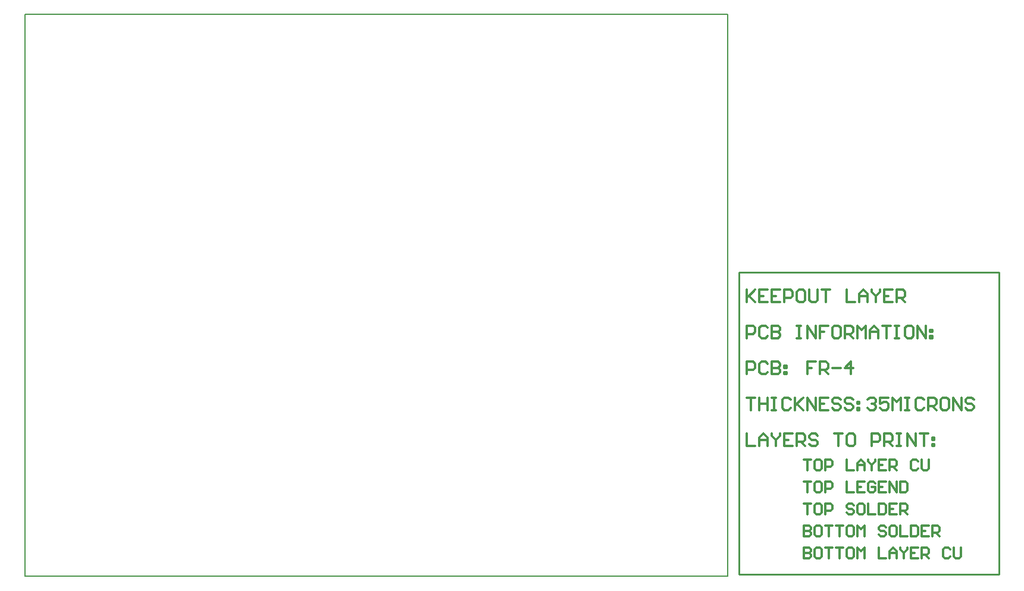
<source format=gko>
%FSLAX25Y25*%
%MOIN*%
G70*
G01*
G75*
G04 Layer_Color=16711935*
%ADD10C,0.04000*%
%ADD11C,0.01800*%
%ADD12C,0.02400*%
%ADD13C,0.03000*%
%ADD14C,0.02200*%
%ADD15C,0.02000*%
%ADD16C,0.04400*%
%ADD17C,0.01600*%
%ADD18R,0.05906X0.06693*%
%ADD19R,0.10236X0.06693*%
%ADD20R,0.02362X0.06299*%
%ADD21R,0.06693X0.06693*%
%ADD22R,0.06693X0.05906*%
%ADD23O,0.09843X0.02756*%
%ADD24C,0.00800*%
%ADD25C,0.01200*%
%ADD26C,0.01400*%
%ADD27R,0.07500X0.09500*%
%ADD28O,0.07500X0.09500*%
%ADD29C,0.07500*%
%ADD30O,0.07500X0.09000*%
%ADD31R,0.07500X0.09000*%
%ADD32C,0.08500*%
%ADD33C,0.09000*%
%ADD34R,0.09500X0.07500*%
%ADD35O,0.09500X0.07500*%
%ADD36O,0.09000X0.07500*%
%ADD37R,0.09000X0.07500*%
%ADD38C,0.10000*%
%ADD39C,0.06000*%
%ADD40C,0.00787*%
%ADD41C,0.00984*%
%ADD42C,0.01000*%
%ADD43C,0.02362*%
%ADD44C,0.03937*%
%ADD45C,0.01500*%
%ADD46R,0.06000X0.05000*%
%ADD47R,0.07874X0.03937*%
%ADD48R,0.03445X0.12303*%
%ADD49R,0.03445X0.12303*%
%ADD50R,0.30610X0.06890*%
G04:AMPARAMS|DCode=51|XSize=18.01mil|YSize=15.74mil|CornerRadius=0mil|HoleSize=0mil|Usage=FLASHONLY|Rotation=217.000|XOffset=0mil|YOffset=0mil|HoleType=Round|Shape=Rectangle|*
%AMROTATEDRECTD51*
4,1,4,0.00246,0.01170,0.01193,-0.00087,-0.00246,-0.01170,-0.01193,0.00087,0.00246,0.01170,0.0*
%
%ADD51ROTATEDRECTD51*%

G04:AMPARAMS|DCode=52|XSize=18.01mil|YSize=15.74mil|CornerRadius=0mil|HoleSize=0mil|Usage=FLASHONLY|Rotation=143.000|XOffset=0mil|YOffset=0mil|HoleType=Round|Shape=Rectangle|*
%AMROTATEDRECTD52*
4,1,4,0.01193,0.00087,0.00246,-0.01170,-0.01193,-0.00087,-0.00246,0.01170,0.01193,0.00087,0.0*
%
%ADD52ROTATEDRECTD52*%

%ADD53R,0.06706X0.07493*%
%ADD54R,0.11036X0.07493*%
%ADD55R,0.03162X0.07099*%
%ADD56R,0.07493X0.07493*%
%ADD57R,0.07493X0.06706*%
%ADD58O,0.10642X0.03556*%
%ADD59R,0.08300X0.10300*%
%ADD60O,0.08300X0.10300*%
%ADD61C,0.08300*%
%ADD62O,0.08300X0.09800*%
%ADD63R,0.08300X0.09800*%
%ADD64C,0.09300*%
%ADD65C,0.09800*%
%ADD66R,0.10300X0.08300*%
%ADD67O,0.10300X0.08300*%
%ADD68O,0.09800X0.08300*%
%ADD69R,0.09800X0.08300*%
%ADD70C,0.10800*%
%ADD71C,0.06800*%
D24*
X393701Y393701D02*
Y708661D01*
X787402D01*
Y393701D02*
Y708661D01*
X393701Y393701D02*
X787402D01*
D25*
X798035Y554350D02*
Y547352D01*
Y549685D01*
X802700Y554350D01*
X799201Y550851D01*
X802700Y547352D01*
X809698Y554350D02*
X805032D01*
Y547352D01*
X809698D01*
X805032Y550851D02*
X807365D01*
X816695Y554350D02*
X812030D01*
Y547352D01*
X816695D01*
X812030Y550851D02*
X814363D01*
X819028Y547352D02*
Y554350D01*
X822527D01*
X823693Y553184D01*
Y550851D01*
X822527Y549685D01*
X819028D01*
X829525Y554350D02*
X827192D01*
X826026Y553184D01*
Y548519D01*
X827192Y547352D01*
X829525D01*
X830691Y548519D01*
Y553184D01*
X829525Y554350D01*
X833023D02*
Y548519D01*
X834190Y547352D01*
X836522D01*
X837689Y548519D01*
Y554350D01*
X840021D02*
X844686D01*
X842354D01*
Y547352D01*
X854017Y554350D02*
Y547352D01*
X858682D01*
X861014D02*
Y552017D01*
X863347Y554350D01*
X865679Y552017D01*
Y547352D01*
Y550851D01*
X861014D01*
X868012Y554350D02*
Y553184D01*
X870345Y550851D01*
X872677Y553184D01*
Y554350D01*
X870345Y550851D02*
Y547352D01*
X879675Y554350D02*
X875010D01*
Y547352D01*
X879675D01*
X875010Y550851D02*
X877342D01*
X882008Y547352D02*
Y554350D01*
X885506D01*
X886673Y553184D01*
Y550851D01*
X885506Y549685D01*
X882008D01*
X884340D02*
X886673Y547352D01*
X798035Y527165D02*
Y534163D01*
X801534D01*
X802700Y532996D01*
Y530664D01*
X801534Y529497D01*
X798035D01*
X809698Y532996D02*
X808531Y534163D01*
X806199D01*
X805032Y532996D01*
Y528331D01*
X806199Y527165D01*
X808531D01*
X809698Y528331D01*
X812030Y534163D02*
Y527165D01*
X815529D01*
X816695Y528331D01*
Y529497D01*
X815529Y530664D01*
X812030D01*
X815529D01*
X816695Y531830D01*
Y532996D01*
X815529Y534163D01*
X812030D01*
X826026D02*
X828358D01*
X827192D01*
Y527165D01*
X826026D01*
X828358D01*
X831857D02*
Y534163D01*
X836522Y527165D01*
Y534163D01*
X843520D02*
X838855D01*
Y530664D01*
X841187D01*
X838855D01*
Y527165D01*
X849351Y534163D02*
X847019D01*
X845852Y532996D01*
Y528331D01*
X847019Y527165D01*
X849351D01*
X850518Y528331D01*
Y532996D01*
X849351Y534163D01*
X852850Y527165D02*
Y534163D01*
X856349D01*
X857515Y532996D01*
Y530664D01*
X856349Y529497D01*
X852850D01*
X855183D02*
X857515Y527165D01*
X859848D02*
Y534163D01*
X862181Y531830D01*
X864513Y534163D01*
Y527165D01*
X866846D02*
Y531830D01*
X869178Y534163D01*
X871511Y531830D01*
Y527165D01*
Y530664D01*
X866846D01*
X873843Y534163D02*
X878509D01*
X876176D01*
Y527165D01*
X880841Y534163D02*
X883174D01*
X882008D01*
Y527165D01*
X880841D01*
X883174D01*
X890172Y534163D02*
X887839D01*
X886673Y532996D01*
Y528331D01*
X887839Y527165D01*
X890172D01*
X891338Y528331D01*
Y532996D01*
X890172Y534163D01*
X893670Y527165D02*
Y534163D01*
X898336Y527165D01*
Y534163D01*
X900668Y531830D02*
X901834D01*
Y530664D01*
X900668D01*
Y531830D01*
Y528331D02*
X901834D01*
Y527165D01*
X900668D01*
Y528331D01*
X798035Y493788D02*
X802700D01*
X800367D01*
Y486790D01*
X805032Y493788D02*
Y486790D01*
Y490289D01*
X809698D01*
Y493788D01*
Y486790D01*
X812030Y493788D02*
X814363D01*
X813196D01*
Y486790D01*
X812030D01*
X814363D01*
X822527Y492621D02*
X821360Y493788D01*
X819028D01*
X817862Y492621D01*
Y487956D01*
X819028Y486790D01*
X821360D01*
X822527Y487956D01*
X824859Y493788D02*
Y486790D01*
Y489122D01*
X829525Y493788D01*
X826026Y490289D01*
X829525Y486790D01*
X831857D02*
Y493788D01*
X836522Y486790D01*
Y493788D01*
X843520D02*
X838855D01*
Y486790D01*
X843520D01*
X838855Y490289D02*
X841187D01*
X850518Y492621D02*
X849351Y493788D01*
X847019D01*
X845852Y492621D01*
Y491455D01*
X847019Y490289D01*
X849351D01*
X850518Y489122D01*
Y487956D01*
X849351Y486790D01*
X847019D01*
X845852Y487956D01*
X857515Y492621D02*
X856349Y493788D01*
X854017D01*
X852850Y492621D01*
Y491455D01*
X854017Y490289D01*
X856349D01*
X857515Y489122D01*
Y487956D01*
X856349Y486790D01*
X854017D01*
X852850Y487956D01*
X859848Y491455D02*
X861014D01*
Y490289D01*
X859848D01*
Y491455D01*
Y487956D02*
X861014D01*
Y486790D01*
X859848D01*
Y487956D01*
X865679Y492621D02*
X866846Y493788D01*
X869178D01*
X870345Y492621D01*
Y491455D01*
X869178Y490289D01*
X868012D01*
X869178D01*
X870345Y489122D01*
Y487956D01*
X869178Y486790D01*
X866846D01*
X865679Y487956D01*
X877342Y493788D02*
X872677D01*
Y490289D01*
X875010Y491455D01*
X876176D01*
X877342Y490289D01*
Y487956D01*
X876176Y486790D01*
X873843D01*
X872677Y487956D01*
X879675Y486790D02*
Y493788D01*
X882008Y491455D01*
X884340Y493788D01*
Y486790D01*
X886673Y493788D02*
X889005D01*
X887839D01*
Y486790D01*
X886673D01*
X889005D01*
X897169Y492621D02*
X896003Y493788D01*
X893670D01*
X892504Y492621D01*
Y487956D01*
X893670Y486790D01*
X896003D01*
X897169Y487956D01*
X899502Y486790D02*
Y493788D01*
X903001D01*
X904167Y492621D01*
Y490289D01*
X903001Y489122D01*
X899502D01*
X901834D02*
X904167Y486790D01*
X909999Y493788D02*
X907666D01*
X906500Y492621D01*
Y487956D01*
X907666Y486790D01*
X909999D01*
X911165Y487956D01*
Y492621D01*
X909999Y493788D01*
X913497Y486790D02*
Y493788D01*
X918163Y486790D01*
Y493788D01*
X925160Y492621D02*
X923994Y493788D01*
X921661D01*
X920495Y492621D01*
Y491455D01*
X921661Y490289D01*
X923994D01*
X925160Y489122D01*
Y487956D01*
X923994Y486790D01*
X921661D01*
X920495Y487956D01*
X798035Y506977D02*
Y513975D01*
X801534D01*
X802700Y512809D01*
Y510476D01*
X801534Y509310D01*
X798035D01*
X809698Y512809D02*
X808531Y513975D01*
X806199D01*
X805032Y512809D01*
Y508144D01*
X806199Y506977D01*
X808531D01*
X809698Y508144D01*
X812030Y513975D02*
Y506977D01*
X815529D01*
X816695Y508144D01*
Y509310D01*
X815529Y510476D01*
X812030D01*
X815529D01*
X816695Y511643D01*
Y512809D01*
X815529Y513975D01*
X812030D01*
X819028Y511643D02*
X820194D01*
Y510476D01*
X819028D01*
Y511643D01*
Y508144D02*
X820194D01*
Y506977D01*
X819028D01*
Y508144D01*
X836522Y513975D02*
X831857D01*
Y510476D01*
X834190D01*
X831857D01*
Y506977D01*
X838855D02*
Y513975D01*
X842354D01*
X843520Y512809D01*
Y510476D01*
X842354Y509310D01*
X838855D01*
X841187D02*
X843520Y506977D01*
X845852Y510476D02*
X850518D01*
X856349Y506977D02*
Y513975D01*
X852850Y510476D01*
X857515D01*
X798035Y473600D02*
Y466602D01*
X802700D01*
X805032D02*
Y471268D01*
X807365Y473600D01*
X809698Y471268D01*
Y466602D01*
Y470101D01*
X805032D01*
X812030Y473600D02*
Y472434D01*
X814363Y470101D01*
X816695Y472434D01*
Y473600D01*
X814363Y470101D02*
Y466602D01*
X823693Y473600D02*
X819028D01*
Y466602D01*
X823693D01*
X819028Y470101D02*
X821360D01*
X826026Y466602D02*
Y473600D01*
X829525D01*
X830691Y472434D01*
Y470101D01*
X829525Y468935D01*
X826026D01*
X828358D02*
X830691Y466602D01*
X837689Y472434D02*
X836522Y473600D01*
X834190D01*
X833023Y472434D01*
Y471268D01*
X834190Y470101D01*
X836522D01*
X837689Y468935D01*
Y467769D01*
X836522Y466602D01*
X834190D01*
X833023Y467769D01*
X847019Y473600D02*
X851684D01*
X849351D01*
Y466602D01*
X857515Y473600D02*
X855183D01*
X854017Y472434D01*
Y467769D01*
X855183Y466602D01*
X857515D01*
X858682Y467769D01*
Y472434D01*
X857515Y473600D01*
X868012Y466602D02*
Y473600D01*
X871511D01*
X872677Y472434D01*
Y470101D01*
X871511Y468935D01*
X868012D01*
X875010Y466602D02*
Y473600D01*
X878509D01*
X879675Y472434D01*
Y470101D01*
X878509Y468935D01*
X875010D01*
X877342D02*
X879675Y466602D01*
X882008Y473600D02*
X884340D01*
X883174D01*
Y466602D01*
X882008D01*
X884340D01*
X887839D02*
Y473600D01*
X892504Y466602D01*
Y473600D01*
X894837D02*
X899502D01*
X897169D01*
Y466602D01*
X901834Y471268D02*
X903001D01*
Y470101D01*
X901834D01*
Y471268D01*
Y467769D02*
X903001D01*
Y466602D01*
X901834D01*
Y467769D01*
X829935Y409600D02*
Y403602D01*
X832934D01*
X833933Y404602D01*
Y405602D01*
X832934Y406601D01*
X829935D01*
X832934D01*
X833933Y407601D01*
Y408601D01*
X832934Y409600D01*
X829935D01*
X838932D02*
X836932D01*
X835933Y408601D01*
Y404602D01*
X836932Y403602D01*
X838932D01*
X839931Y404602D01*
Y408601D01*
X838932Y409600D01*
X841931D02*
X845930D01*
X843930D01*
Y403602D01*
X847929Y409600D02*
X851927D01*
X849928D01*
Y403602D01*
X856926Y409600D02*
X854927D01*
X853927Y408601D01*
Y404602D01*
X854927Y403602D01*
X856926D01*
X857926Y404602D01*
Y408601D01*
X856926Y409600D01*
X859925Y403602D02*
Y409600D01*
X861924Y407601D01*
X863924Y409600D01*
Y403602D01*
X871921Y409600D02*
Y403602D01*
X875920D01*
X877919D02*
Y407601D01*
X879918Y409600D01*
X881918Y407601D01*
Y403602D01*
Y406601D01*
X877919D01*
X883917Y409600D02*
Y408601D01*
X885917Y406601D01*
X887916Y408601D01*
Y409600D01*
X885917Y406601D02*
Y403602D01*
X893914Y409600D02*
X889915D01*
Y403602D01*
X893914D01*
X889915Y406601D02*
X891915D01*
X895913Y403602D02*
Y409600D01*
X898912D01*
X899912Y408601D01*
Y406601D01*
X898912Y405602D01*
X895913D01*
X897913D02*
X899912Y403602D01*
X911908Y408601D02*
X910909Y409600D01*
X908909D01*
X907909Y408601D01*
Y404602D01*
X908909Y403602D01*
X910909D01*
X911908Y404602D01*
X913908Y409600D02*
Y404602D01*
X914907Y403602D01*
X916907D01*
X917906Y404602D01*
Y409600D01*
X829935Y446725D02*
X833933D01*
X831934D01*
Y440727D01*
X838932Y446725D02*
X836932D01*
X835933Y445726D01*
Y441727D01*
X836932Y440727D01*
X838932D01*
X839931Y441727D01*
Y445726D01*
X838932Y446725D01*
X841931Y440727D02*
Y446725D01*
X844930D01*
X845930Y445726D01*
Y443726D01*
X844930Y442727D01*
X841931D01*
X853927Y446725D02*
Y440727D01*
X857926D01*
X863924Y446725D02*
X859925D01*
Y440727D01*
X863924D01*
X859925Y443726D02*
X861924D01*
X869922Y445726D02*
X868922Y446725D01*
X866923D01*
X865923Y445726D01*
Y441727D01*
X866923Y440727D01*
X868922D01*
X869922Y441727D01*
Y443726D01*
X867922D01*
X875920Y446725D02*
X871921D01*
Y440727D01*
X875920D01*
X871921Y443726D02*
X873920D01*
X877919Y440727D02*
Y446725D01*
X881918Y440727D01*
Y446725D01*
X883917D02*
Y440727D01*
X886916D01*
X887916Y441727D01*
Y445726D01*
X886916Y446725D01*
X883917D01*
X829935Y459100D02*
X833933D01*
X831934D01*
Y453102D01*
X838932Y459100D02*
X836932D01*
X835933Y458101D01*
Y454102D01*
X836932Y453102D01*
X838932D01*
X839931Y454102D01*
Y458101D01*
X838932Y459100D01*
X841931Y453102D02*
Y459100D01*
X844930D01*
X845930Y458101D01*
Y456101D01*
X844930Y455102D01*
X841931D01*
X853927Y459100D02*
Y453102D01*
X857926D01*
X859925D02*
Y457101D01*
X861924Y459100D01*
X863924Y457101D01*
Y453102D01*
Y456101D01*
X859925D01*
X865923Y459100D02*
Y458101D01*
X867922Y456101D01*
X869922Y458101D01*
Y459100D01*
X867922Y456101D02*
Y453102D01*
X875920Y459100D02*
X871921D01*
Y453102D01*
X875920D01*
X871921Y456101D02*
X873920D01*
X877919Y453102D02*
Y459100D01*
X880918D01*
X881918Y458101D01*
Y456101D01*
X880918Y455102D01*
X877919D01*
X879918D02*
X881918Y453102D01*
X893914Y458101D02*
X892914Y459100D01*
X890915D01*
X889915Y458101D01*
Y454102D01*
X890915Y453102D01*
X892914D01*
X893914Y454102D01*
X895913Y459100D02*
Y454102D01*
X896913Y453102D01*
X898912D01*
X899912Y454102D01*
Y459100D01*
X829935Y434350D02*
X833933D01*
X831934D01*
Y428352D01*
X838932Y434350D02*
X836932D01*
X835933Y433351D01*
Y429352D01*
X836932Y428352D01*
X838932D01*
X839931Y429352D01*
Y433351D01*
X838932Y434350D01*
X841931Y428352D02*
Y434350D01*
X844930D01*
X845930Y433351D01*
Y431351D01*
X844930Y430352D01*
X841931D01*
X857926Y433351D02*
X856926Y434350D01*
X854927D01*
X853927Y433351D01*
Y432351D01*
X854927Y431351D01*
X856926D01*
X857926Y430352D01*
Y429352D01*
X856926Y428352D01*
X854927D01*
X853927Y429352D01*
X862924Y434350D02*
X860925D01*
X859925Y433351D01*
Y429352D01*
X860925Y428352D01*
X862924D01*
X863924Y429352D01*
Y433351D01*
X862924Y434350D01*
X865923D02*
Y428352D01*
X869922D01*
X871921Y434350D02*
Y428352D01*
X874920D01*
X875920Y429352D01*
Y433351D01*
X874920Y434350D01*
X871921D01*
X881918D02*
X877919D01*
Y428352D01*
X881918D01*
X877919Y431351D02*
X879918D01*
X883917Y428352D02*
Y434350D01*
X886916D01*
X887916Y433351D01*
Y431351D01*
X886916Y430352D01*
X883917D01*
X885917D02*
X887916Y428352D01*
X829935Y421975D02*
Y415977D01*
X832934D01*
X833933Y416977D01*
Y417977D01*
X832934Y418976D01*
X829935D01*
X832934D01*
X833933Y419976D01*
Y420976D01*
X832934Y421975D01*
X829935D01*
X838932D02*
X836932D01*
X835933Y420976D01*
Y416977D01*
X836932Y415977D01*
X838932D01*
X839931Y416977D01*
Y420976D01*
X838932Y421975D01*
X841931D02*
X845930D01*
X843930D01*
Y415977D01*
X847929Y421975D02*
X851927D01*
X849928D01*
Y415977D01*
X856926Y421975D02*
X854927D01*
X853927Y420976D01*
Y416977D01*
X854927Y415977D01*
X856926D01*
X857926Y416977D01*
Y420976D01*
X856926Y421975D01*
X859925Y415977D02*
Y421975D01*
X861924Y419976D01*
X863924Y421975D01*
Y415977D01*
X875920Y420976D02*
X874920Y421975D01*
X872921D01*
X871921Y420976D01*
Y419976D01*
X872921Y418976D01*
X874920D01*
X875920Y417977D01*
Y416977D01*
X874920Y415977D01*
X872921D01*
X871921Y416977D01*
X880918Y421975D02*
X878919D01*
X877919Y420976D01*
Y416977D01*
X878919Y415977D01*
X880918D01*
X881918Y416977D01*
Y420976D01*
X880918Y421975D01*
X883917D02*
Y415977D01*
X887916D01*
X889915Y421975D02*
Y415977D01*
X892914D01*
X893914Y416977D01*
Y420976D01*
X892914Y421975D01*
X889915D01*
X899912D02*
X895913D01*
Y415977D01*
X899912D01*
X895913Y418976D02*
X897913D01*
X901911Y415977D02*
Y421975D01*
X904910D01*
X905910Y420976D01*
Y418976D01*
X904910Y417977D01*
X901911D01*
X903911D02*
X905910Y415977D01*
D42*
X793647Y394803D02*
Y564094D01*
Y394803D02*
X939317D01*
Y564094D01*
X793647D02*
X939317D01*
M02*

</source>
